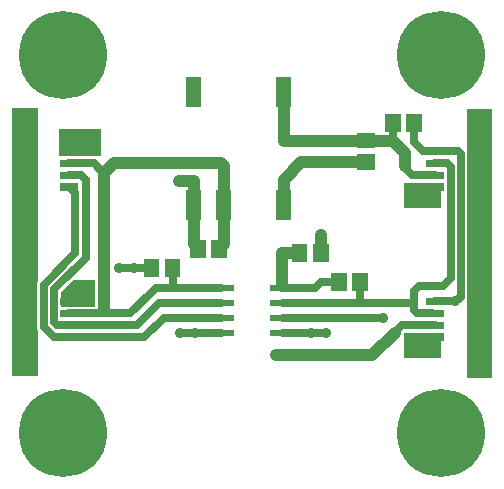
<source format=gbr>
G04 start of page 2 for group 0 idx 0 *
G04 Title: (unknown), component *
G04 Creator: pcb 4.0.2 *
G04 CreationDate: Mon Aug 16 01:27:01 2021 UTC *
G04 For: ndholmes *
G04 Format: Gerber/RS-274X *
G04 PCB-Dimensions (mil): 1600.00 1600.00 *
G04 PCB-Coordinate-Origin: lower left *
%MOIN*%
%FSLAX25Y25*%
%LNTOP*%
%ADD17C,0.1285*%
%ADD16C,0.0200*%
%ADD15C,0.0360*%
%ADD14C,0.2937*%
%ADD13C,0.0250*%
%ADD12C,0.0400*%
%ADD11C,0.0001*%
G54D11*G36*
X8500Y36000D02*X0D01*
Y125500D01*
X8500D01*
Y67542D01*
X8489Y67525D01*
X8354Y67197D01*
X8271Y66853D01*
X8271Y66853D01*
X8243Y66500D01*
X8250Y66412D01*
Y52588D01*
X8243Y52500D01*
X8271Y52147D01*
Y52147D01*
X8354Y51803D01*
X8489Y51475D01*
X8500Y51458D01*
Y36000D01*
G37*
G36*
X20182Y68000D02*X27500D01*
Y59219D01*
X19000D01*
X18647Y59198D01*
X18424Y59144D01*
X16250Y59141D01*
Y64068D01*
X20182Y68000D01*
G37*
G36*
X15500Y118500D02*X29500D01*
Y109500D01*
X15500D01*
Y118500D01*
G37*
G36*
X130682Y50500D02*X143000D01*
Y42000D01*
X130500D01*
Y50318D01*
X130682Y50500D01*
G37*
G36*
X130500Y100500D02*X143000D01*
Y92000D01*
X130500D01*
Y100500D01*
G37*
G36*
X160000Y35500D02*X151500D01*
Y61458D01*
X151511Y61475D01*
X151646Y61803D01*
X151729Y62147D01*
X151757Y62500D01*
X151750Y62588D01*
Y109912D01*
X151757Y110000D01*
X151729Y110353D01*
X151646Y110697D01*
X151607Y110793D01*
X151511Y111025D01*
X151500Y111042D01*
Y125000D01*
X160000D01*
Y35500D01*
G37*
G54D12*X70500Y93200D02*Y79957D01*
X69043Y78500D01*
X60500Y93200D02*Y79957D01*
X61957Y78500D01*
X55500Y101000D02*X60500D01*
Y92000D01*
X70500Y93000D02*Y106000D01*
X69500Y107000D01*
X34000D02*X69500D01*
X90500Y121000D02*Y130800D01*
Y101500D02*Y93200D01*
X95914Y77000D02*X90000D01*
X103000D02*Y83000D01*
X101500Y114500D02*X90500D01*
Y121500D01*
G54D13*X134000Y63000D02*Y58000D01*
X135000Y57000D01*
X139969D01*
X140000Y56969D01*
X135500Y66000D02*X134000Y64500D01*
Y61000D01*
X141000Y53031D02*X130031D01*
G54D12*X118000Y114500D02*X97000D01*
X118000Y107414D02*X96414D01*
X90500Y101500D01*
G54D13*X118457Y114543D02*X118500Y114500D01*
G54D12*X117500D02*X127000D01*
G54D13*X148000Y61000D02*X141000D01*
X146250Y68750D02*X143500Y66000D01*
X135500D01*
X103000Y67500D02*X108957D01*
X116000Y67457D02*X116043Y67500D01*
G54D12*X131000Y110500D02*Y106000D01*
G54D13*X141000Y103031D02*X133469D01*
X131000Y105500D01*
X104500Y50500D02*X90250D01*
G54D12*X90000Y77000D02*Y66500D01*
X108957Y43000D02*X88000D01*
X104500D02*X120000D01*
G54D13*X90250Y60500D02*X134000D01*
X90000Y65500D02*X101000D01*
X103000Y67500D01*
X116000Y60500D02*Y67457D01*
X130031Y53031D02*X126000Y49000D01*
G54D12*X120000Y43000D02*X127500Y50500D01*
G54D13*X90250Y55500D02*X123500D01*
X148500Y111000D02*X149500Y110000D01*
Y62500D01*
X148000Y61000D01*
X141000Y106969D02*X145031D01*
X148500Y111000D02*X137000D01*
X145031Y106969D02*X146250Y105750D01*
Y68750D01*
X137000Y111000D02*X134000Y114000D01*
Y120457D01*
X134043Y120500D01*
X126957D02*Y116457D01*
G54D12*X127000Y114500D02*X131000Y110500D01*
G54D13*X35500Y72000D02*X46457D01*
X44000Y49000D02*X19094D01*
X19000Y49094D01*
Y56969D02*X39469D01*
X41531Y53031D02*X14969D01*
X14000Y54000D01*
X20000Y49000D02*X14000D01*
X10500Y52500D01*
Y60000D01*
X50500Y55500D02*X44000Y49000D01*
X41531Y53031D02*X49000Y60500D01*
X39469Y56969D02*X48000Y65500D01*
X39469Y56969D02*X42250Y59750D01*
X69500Y55500D02*X50500D01*
X49000Y60500D02*X69750D01*
X48000Y65500D02*X69750D01*
X53543Y72000D02*Y65543D01*
X53500Y65500D01*
X56000Y50500D02*X69750D01*
X14000Y54000D02*Y65000D01*
X10500Y54500D02*Y66500D01*
X14000Y65000D02*X24500Y75500D01*
X10500Y66500D02*X21000Y77000D01*
X19000Y106969D02*X26031D01*
X19000Y103031D02*X22969D01*
X24500Y101500D01*
X24250Y101750D01*
X21000Y97094D02*X19000Y99094D01*
X24000Y106969D02*X27281D01*
X24500Y75500D02*Y101500D01*
X21000Y77000D02*Y97094D01*
G54D12*X30750Y103750D02*Y58250D01*
X34000Y107000D02*X30750Y103750D01*
G54D13*X27281Y106969D02*X30750Y103500D01*
G54D14*X143000Y143000D03*
X17000D03*
X143000Y17000D03*
X17000D03*
G54D11*G36*
X115048Y117059D02*Y111941D01*
X120952D01*
Y117059D01*
X115048D01*
G37*
G36*
Y109973D02*Y104855D01*
X120952D01*
Y109973D01*
X115048D01*
G37*
G36*
X129516Y123452D02*X124398D01*
Y117548D01*
X129516D01*
Y123452D01*
G37*
G36*
X136602D02*X131484D01*
Y117548D01*
X136602D01*
Y123452D01*
G37*
G36*
X137949Y100275D02*Y97913D01*
X144051D01*
Y100275D01*
X137949D01*
G37*
G36*
Y104212D02*Y101850D01*
X144051D01*
Y104212D01*
X137949D01*
G37*
G36*
Y108150D02*Y105788D01*
X144051D01*
Y108150D01*
X137949D01*
G37*
G36*
Y112087D02*Y109725D01*
X144051D01*
Y112087D01*
X137949D01*
G37*
G36*
X152713Y96338D02*Y91614D01*
X159799D01*
Y96338D01*
X152713D01*
G37*
G36*
Y118386D02*Y113662D01*
X159799D01*
Y118386D01*
X152713D01*
G37*
G36*
X63000Y135800D02*X58000D01*
Y125800D01*
X63000D01*
Y135800D01*
G37*
G36*
X93000D02*X88000D01*
Y125800D01*
X93000D01*
Y135800D01*
G37*
G36*
X56102Y74952D02*X50984D01*
Y69048D01*
X56102D01*
Y74952D01*
G37*
G36*
X63000Y98200D02*X58000D01*
Y88200D01*
X63000D01*
Y98200D01*
G37*
G36*
X73000D02*X68000D01*
Y88200D01*
X73000D01*
Y98200D01*
G37*
G36*
X93000D02*X88000D01*
Y88200D01*
X93000D01*
Y98200D01*
G37*
G36*
X71602Y81452D02*X66484D01*
Y75548D01*
X71602D01*
Y81452D01*
G37*
G36*
X64516D02*X59398D01*
Y75548D01*
X64516D01*
Y81452D01*
G37*
G36*
X49016Y74952D02*X43898D01*
Y69048D01*
X49016D01*
Y74952D01*
G37*
G36*
X65500Y66500D02*Y64500D01*
X74000D01*
Y66500D01*
X65500D01*
G37*
G36*
Y61500D02*Y59500D01*
X74000D01*
Y61500D01*
X65500D01*
G37*
G36*
Y56500D02*Y54500D01*
X74000D01*
Y56500D01*
X65500D01*
G37*
G36*
Y51500D02*Y49500D01*
X74000D01*
Y51500D01*
X65500D01*
G37*
G36*
X105559Y79952D02*X100441D01*
Y74048D01*
X105559D01*
Y79952D01*
G37*
G36*
X111516Y70452D02*X106398D01*
Y64548D01*
X111516D01*
Y70452D01*
G37*
G36*
X118602D02*X113484D01*
Y64548D01*
X118602D01*
Y70452D01*
G37*
G36*
X98473Y79952D02*X93355D01*
Y74048D01*
X98473D01*
Y79952D01*
G37*
G36*
X86000Y61500D02*Y59500D01*
X94500D01*
Y61500D01*
X86000D01*
G37*
G36*
Y66500D02*Y64500D01*
X94500D01*
Y66500D01*
X86000D01*
G37*
G36*
X137949Y50275D02*Y47913D01*
X144051D01*
Y50275D01*
X137949D01*
G37*
G36*
X152713Y46338D02*Y41614D01*
X159799D01*
Y46338D01*
X152713D01*
G37*
G36*
X137949Y54212D02*Y51850D01*
X144051D01*
Y54212D01*
X137949D01*
G37*
G36*
X86000Y51500D02*Y49500D01*
X94500D01*
Y51500D01*
X86000D01*
G37*
G36*
Y56500D02*Y54500D01*
X94500D01*
Y56500D01*
X86000D01*
G37*
G36*
X137949Y58150D02*Y55788D01*
X144051D01*
Y58150D01*
X137949D01*
G37*
G36*
Y62087D02*Y59725D01*
X144051D01*
Y62087D01*
X137949D01*
G37*
G36*
X152713Y68386D02*Y63662D01*
X159799D01*
Y68386D01*
X152713D01*
G37*
G36*
X15949Y62087D02*Y59725D01*
X22051D01*
Y62087D01*
X15949D01*
G37*
G36*
Y58150D02*Y55788D01*
X22051D01*
Y58150D01*
X15949D01*
G37*
G36*
Y54212D02*Y51850D01*
X22051D01*
Y54212D01*
X15949D01*
G37*
G36*
Y50275D02*Y47913D01*
X22051D01*
Y50275D01*
X15949D01*
G37*
G36*
X201Y68386D02*Y63662D01*
X7287D01*
Y68386D01*
X201D01*
G37*
G36*
Y46338D02*Y41614D01*
X7287D01*
Y46338D01*
X201D01*
G37*
G36*
X15949Y112087D02*Y109725D01*
X22051D01*
Y112087D01*
X15949D01*
G37*
G36*
Y108150D02*Y105788D01*
X22051D01*
Y108150D01*
X15949D01*
G37*
G36*
Y104212D02*Y101850D01*
X22051D01*
Y104212D01*
X15949D01*
G37*
G36*
Y100275D02*Y97913D01*
X22051D01*
Y100275D01*
X15949D01*
G37*
G36*
X201Y118386D02*Y113662D01*
X7287D01*
Y118386D01*
X201D01*
G37*
G36*
Y96338D02*Y91614D01*
X7287D01*
Y96338D01*
X201D01*
G37*
G54D15*X60500Y101000D03*
X138000Y94000D03*
X133000D03*
Y98500D03*
X138000Y44000D03*
X133000D03*
X88000Y43000D03*
X92500D03*
X133000Y48500D03*
X104500Y50500D03*
X99500D03*
X147500Y61000D03*
X123500Y55500D03*
X110000Y107500D03*
X105000D03*
X100000D03*
X90000Y77000D03*
Y71500D03*
X103000Y83000D03*
X90500Y121000D03*
Y114500D03*
X27000Y111500D03*
Y116000D03*
X40500Y72000D03*
X35500D03*
X25000Y61000D03*
Y65500D03*
X20500D03*
X22500Y116000D03*
X60500Y85000D03*
X61000Y50500D03*
X56000D03*
X55500Y101000D03*
G54D16*G54D17*M02*

</source>
